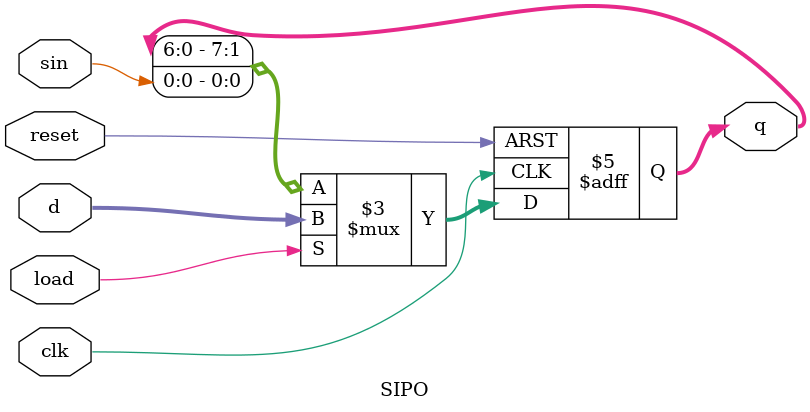
<source format=sv>
module SIPO#(parameter N = 8) (input logic clk, reset,sin,load, input logic [N-1:0] d, output logic [N-1:0] q);
  
  always_ff@(posedge clk or posedge reset)
    begin
      if(reset)
        q <= 0;
      else if(load)
        q <= d;
      else
        q <= {q[N-2:0], sin};
    end
endmodule
</source>
